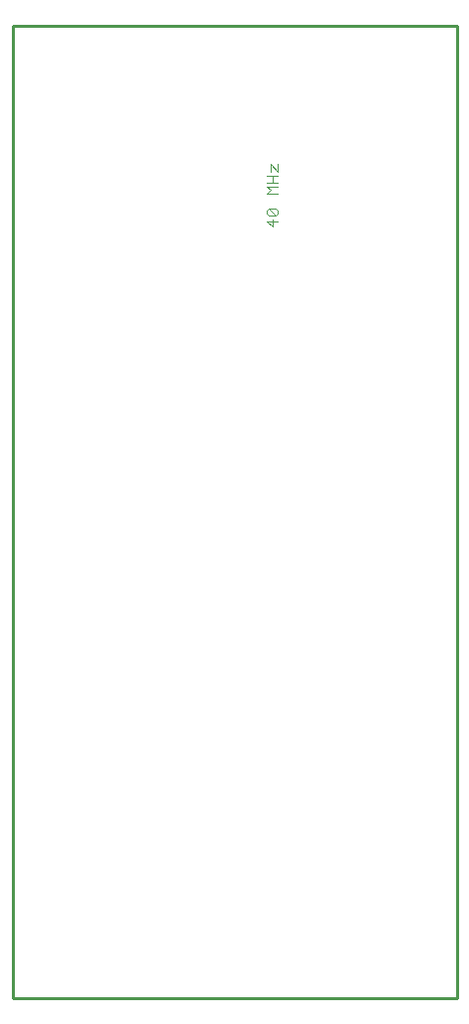
<source format=gbo>
G75*
G70*
%OFA0B0*%
%FSLAX24Y24*%
%IPPOS*%
%LPD*%
%AMOC8*
5,1,8,0,0,1.08239X$1,22.5*
%
%ADD10C,0.0030*%
%ADD11C,0.0098*%
D10*
X008882Y026051D02*
X008697Y026236D01*
X009068Y026236D01*
X009006Y026419D02*
X008759Y026666D01*
X009006Y026666D01*
X009068Y026605D01*
X009068Y026481D01*
X009006Y026419D01*
X008759Y026419D01*
X008697Y026481D01*
X008697Y026605D01*
X008759Y026666D01*
X008882Y026298D02*
X008882Y026051D01*
X008697Y027156D02*
X008821Y027279D01*
X008697Y027403D01*
X009068Y027403D01*
X009068Y027524D02*
X008697Y027524D01*
X008882Y027524D02*
X008882Y027771D01*
X008821Y027893D02*
X008821Y028139D01*
X009068Y027893D01*
X009068Y028139D01*
X009068Y027771D02*
X008697Y027771D01*
X008697Y027156D02*
X009068Y027156D01*
D11*
X000156Y032783D02*
X000156Y000156D01*
X015083Y000156D01*
X015083Y032781D01*
X015081Y032783D01*
X000156Y032783D01*
M02*

</source>
